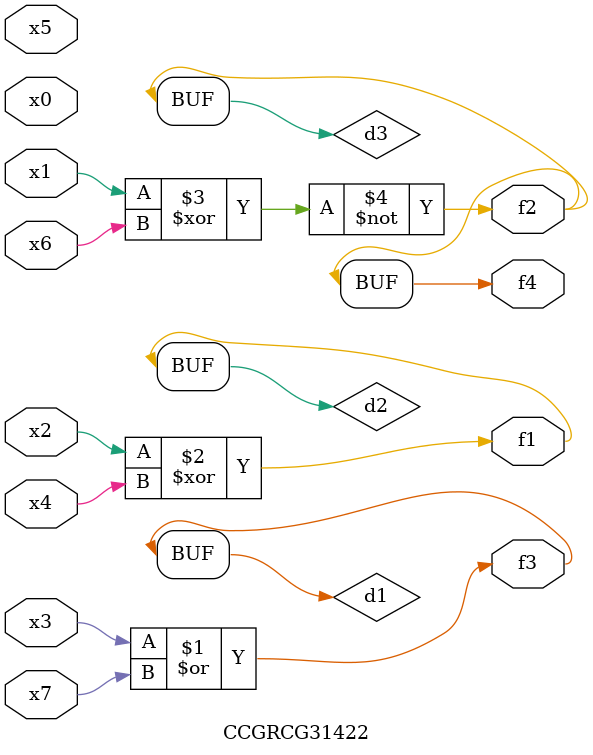
<source format=v>
module CCGRCG31422(
	input x0, x1, x2, x3, x4, x5, x6, x7,
	output f1, f2, f3, f4
);

	wire d1, d2, d3;

	or (d1, x3, x7);
	xor (d2, x2, x4);
	xnor (d3, x1, x6);
	assign f1 = d2;
	assign f2 = d3;
	assign f3 = d1;
	assign f4 = d3;
endmodule

</source>
